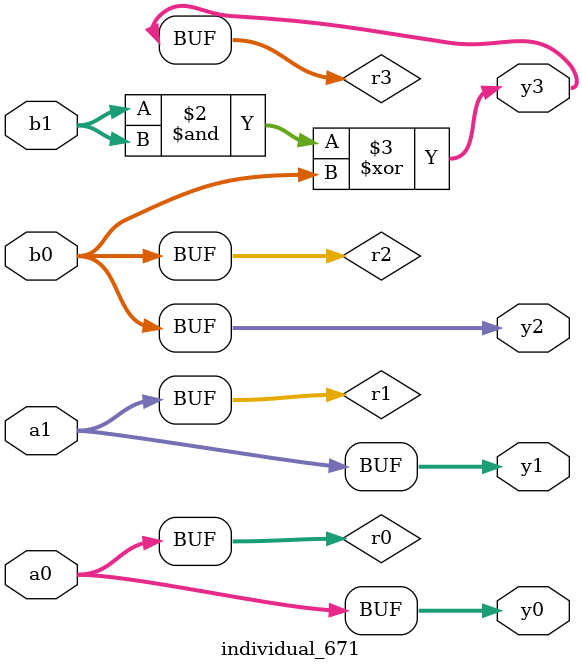
<source format=sv>
module individual_671(input logic [15:0] a1, input logic [15:0] a0, input logic [15:0] b1, input logic [15:0] b0, output logic [15:0] y3, output logic [15:0] y2, output logic [15:0] y1, output logic [15:0] y0);
logic [15:0] r0, r1, r2, r3; 
 always@(*) begin 
	 r0 = a0; r1 = a1; r2 = b0; r3 = b1; 
 	 r3  &=  r3 ;
 	 r3  ^=  b0 ;
 	 y3 = r3; y2 = r2; y1 = r1; y0 = r0; 
end
endmodule
</source>
